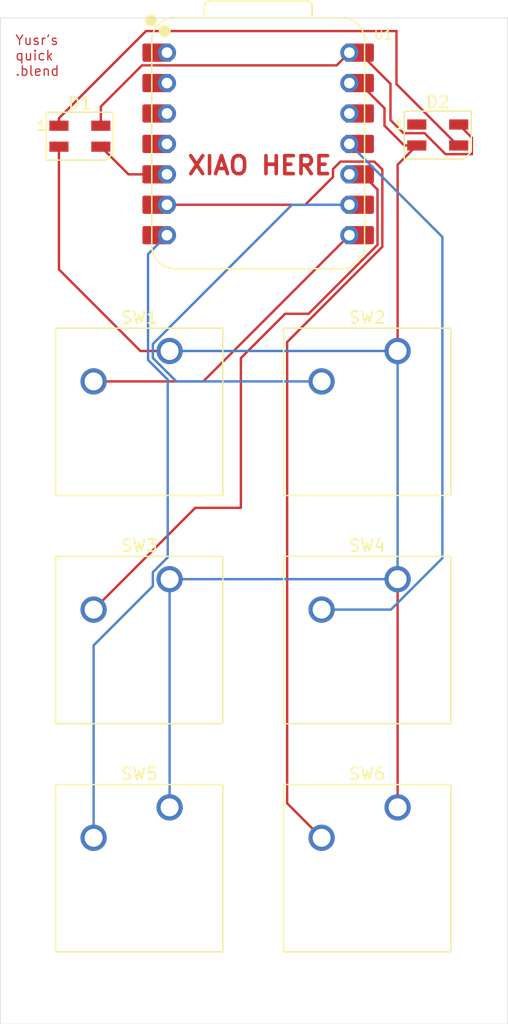
<source format=kicad_pcb>
(kicad_pcb (version 20241229) (generator "pcbnew") (generator_version "9.0")
  (layers (0 "F.Cu" signal) (2 "B.Cu" signal) (13 "F.Paste" user) (15 "B.Paste" user) (5 "F.SilkS" user "F.Silkscreen") (7 "B.SilkS" user "B.Silkscreen") (1 "F.Mask" user) (3 "B.Mask" user) (25 "Edge.Cuts" user))
  (net 0 "")
  (net 1 "Net-(D1-DIN)")
  (net 2 "+5V")
  (net 3 "Net-(D1-DOUT)")
  (net 4 "GND")
  (net 6 "Net-(U1-GPIO1{slash}RX)")
  (net 7 "Net-(U1-GPIO2{slash}SCK)")
  (net 8 "Net-(U1-GPIO4{slash}MISO)")
  (net 9 "Net-(U1-GPIO3{slash}MOSI)")
  (net 11 "Net-(U1-GPIO0{slash}TX)")
  (net 14 "Net-(U1-GPIO7{slash}SCL)")
  (footprint "opl:XIAO-RP2040-DIP" (layer "F.Cu") (at 59.945 30.02)
    (property "Reference" "U1" (at 10.455 -9.12 0) (layer "F.SilkS") (effects (font (size 0.8 0.8) (thickness 0.1016))))
    (property "Value" "XIAO-RP2040-DIP")
    (fp_line (start -8.89 8.509) (end -8.89 -8.636) (stroke (width 0.127)) (layer "F.SilkS"))
    (fp_line (start -6.985 10.414) (end 6.985 10.414) (stroke (width 0.127)) (layer "F.SilkS"))
    (fp_line (start -4.495 -10.541) (end -4.491272 -11.451272) (stroke (width 0.127)) (layer "F.SilkS"))
    (fp_line (start -3.991272 -11.951) (end 4.004 -11.951) (stroke (width 0.127)) (layer "F.SilkS"))
    (fp_line (start 4.504 -11.451) (end 4.504 -10.541) (stroke (width 0.127)) (layer "F.SilkS"))
    (fp_line (start 6.985 -10.541) (end -6.985 -10.541) (stroke (width 0.1)) (layer "F.SilkS"))
    (fp_line (start 6.985 -10.541) (end -6.985 -10.541) (stroke (width 0.127)) (layer "F.SilkS"))
    (fp_line (start 8.89 8.509) (end 8.89 -8.636) (stroke (width 0.127)) (layer "F.SilkS"))
    (fp_arc (start -8.89 -8.636) (mid -8.332038 -9.983038) (end -6.985 -10.541) (stroke (width 0.127)) (layer "F.SilkS"))
    (fp_arc (start -6.985 10.414) (mid -8.332038 9.856038) (end -8.89 8.509) (stroke (width 0.127)) (layer "F.SilkS"))
    (fp_arc (start -4.491272 -11.451272) (mid -4.344728 -11.80464) (end -3.991272 -11.951) (stroke (width 0.127)) (layer "F.SilkS"))
    (fp_arc (start 4.004 -11.951) (mid 4.357553 -11.804553) (end 4.504 -11.451) (stroke (width 0.127)) (layer "F.SilkS"))
    (fp_arc (start 6.985 -10.541) (mid 8.332038 -9.983038) (end 8.89 -8.636) (stroke (width 0.127)) (layer "F.SilkS"))
    (fp_arc (start 8.89 8.509) (mid 8.332038 9.856038) (end 6.985 10.414) (stroke (width 0.127)) (layer "F.SilkS"))
    (fp_circle (center -8.95 -10.3) (end -8.95 -10.554) (stroke (width 0.5)) (fill yes) (layer "F.SilkS"))
    (fp_circle (center -7.807 -9.42) (end -7.807 -9.674) (stroke (width 0.5)) (fill yes) (layer "F.SilkS"))
    (pad "1" smd roundrect (at -8.455 -7.62 180) (size 2.432 1.524) (layers "F.Cu" "F.Mask") (roundrect_rratio 0.1))
    (pad "1" thru_hole circle (at -7.62 -7.62 180) (size 1.524 1.524) (drill 0.889) (layers "*.Cu" "*.Mask"))
    (pad "2" smd roundrect (at -8.455 -5.08 180) (size 2.432 1.524) (layers "F.Cu" "F.Mask") (roundrect_rratio 0.1))
    (pad "2" thru_hole circle (at -7.62 -5.08 180) (size 1.524 1.524) (drill 0.889) (layers "*.Cu" "*.Mask"))
    (pad "3" smd roundrect (at -8.455 -2.54 180) (size 2.432 1.524) (layers "F.Cu" "F.Mask") (roundrect_rratio 0.1))
    (pad "3" thru_hole circle (at -7.62 -2.54 180) (size 1.524 1.524) (drill 0.889) (layers "*.Cu" "*.Mask"))
    (pad "4" smd roundrect (at -8.455 0 180) (size 2.432 1.524) (layers "F.Cu" "F.Mask") (roundrect_rratio 0.1))
    (pad "4" thru_hole circle (at -7.62 0 180) (size 1.524 1.524) (drill 0.889) (layers "*.Cu" "*.Mask"))
    (pad "5" smd roundrect (at -8.455 2.54 180) (size 2.432 1.524) (layers "F.Cu" "F.Mask") (roundrect_rratio 0.1) (net 1 "Net-(D1-DIN)"))
    (pad "5" thru_hole circle (at -7.62 2.54 180) (size 1.524 1.524) (drill 0.889) (layers "*.Cu" "*.Mask") (net 1 "Net-(D1-DIN)"))
    (pad "6" smd roundrect (at -8.455 5.08 180) (size 2.432 1.524) (layers "F.Cu" "F.Mask") (roundrect_rratio 0.1) (net 14 "Net-(U1-GPIO7{slash}SCL)"))
    (pad "6" thru_hole circle (at -7.62 5.08 180) (size 1.524 1.524) (drill 0.889) (layers "*.Cu" "*.Mask") (net 14 "Net-(U1-GPIO7{slash}SCL)"))
    (pad "7" smd roundrect (at -8.455 7.62 180) (size 2.432 1.524) (layers "F.Cu" "F.Mask") (roundrect_rratio 0.1) (net 11 "Net-(U1-GPIO0{slash}TX)"))
    (pad "7" thru_hole circle (at -7.62 7.62 180) (size 1.524 1.524) (drill 0.889) (layers "*.Cu" "*.Mask") (net 11 "Net-(U1-GPIO0{slash}TX)"))
    (pad "8" thru_hole circle (at 7.62 7.62) (size 1.524 1.524) (drill 0.889) (layers "*.Cu" "*.Mask") (net 6 "Net-(U1-GPIO1{slash}RX)"))
    (pad "8" smd roundrect (at 8.455 7.62) (size 2.432 1.524) (layers "F.Cu" "F.Mask") (roundrect_rratio 0.1) (net 6 "Net-(U1-GPIO1{slash}RX)"))
    (pad "9" thru_hole circle (at 7.62 5.08) (size 1.524 1.524) (drill 0.889) (layers "*.Cu" "*.Mask") (net 7 "Net-(U1-GPIO2{slash}SCK)"))
    (pad "9" smd roundrect (at 8.455 5.08) (size 2.432 1.524) (layers "F.Cu" "F.Mask") (roundrect_rratio 0.1) (net 7 "Net-(U1-GPIO2{slash}SCK)"))
    (pad "10" thru_hole circle (at 7.62 2.54) (size 1.524 1.524) (drill 0.889) (layers "*.Cu" "*.Mask") (net 8 "Net-(U1-GPIO4{slash}MISO)"))
    (pad "10" smd roundrect (at 8.455 2.54) (size 2.432 1.524) (layers "F.Cu" "F.Mask") (roundrect_rratio 0.1) (net 8 "Net-(U1-GPIO4{slash}MISO)"))
    (pad "11" thru_hole circle (at 7.62 0) (size 1.524 1.524) (drill 0.889) (layers "*.Cu" "*.Mask") (net 9 "Net-(U1-GPIO3{slash}MOSI)"))
    (pad "11" smd roundrect (at 8.455 0) (size 2.432 1.524) (layers "F.Cu" "F.Mask") (roundrect_rratio 0.1) (net 9 "Net-(U1-GPIO3{slash}MOSI)"))
    (pad "12" thru_hole circle (at 7.62 -2.54) (size 1.524 1.524) (drill 0.889) (layers "*.Cu" "*.Mask"))
    (pad "12" smd roundrect (at 8.455 -2.54) (size 2.432 1.524) (layers "F.Cu" "F.Mask") (roundrect_rratio 0.1))
    (pad "13" thru_hole circle (at 7.62 -5.08) (size 1.524 1.524) (drill 0.889) (layers "*.Cu" "*.Mask") (net 4 "GND"))
    (pad "13" smd roundrect (at 8.455 -5.08) (size 2.432 1.524) (layers "F.Cu" "F.Mask") (roundrect_rratio 0.1) (net 4 "GND"))
    (pad "14" thru_hole circle (at 7.62 -7.62) (size 1.524 1.524) (drill 0.889) (layers "*.Cu" "*.Mask") (net 2 "+5V"))
    (pad "14" smd roundrect (at 8.455 -7.62) (size 2.432 1.524) (layers "F.Cu" "F.Mask") (roundrect_rratio 0.1) (net 2 "+5V"))
  )
  (footprint "Button_Switch_Keyboard:SW_Cherry_MX_1.00u_PCB" (layer "F.Cu") (at 52.54625 66.3575)
    (property "Reference" "SW3" (at -2.54 -2.794 0) (layer "F.SilkS"))
    (property "Value" "SW_Push")
    (fp_line (start -9.525 -1.905) (end 4.445 -1.905) (stroke (width 0.12)) (layer "F.SilkS"))
    (fp_line (start -9.525 12.065) (end -9.525 -1.905) (stroke (width 0.12)) (layer "F.SilkS"))
    (fp_line (start 4.445 -1.905) (end 4.445 12.065) (stroke (width 0.12)) (layer "F.SilkS"))
    (fp_line (start 4.445 12.065) (end -9.525 12.065) (stroke (width 0.12)) (layer "F.SilkS"))
    (pad "" np_thru_hole circle (at -7.62 5.08) (size 1.7 1.7) (drill 1.7) (layers "*.Cu" "*.Mask"))
    (pad "" np_thru_hole circle (at -2.54 5.08) (size 4 4) (drill 4) (layers "*.Cu" "*.Mask"))
    (pad "" np_thru_hole circle (at 2.54 5.08) (size 1.7 1.7) (drill 1.7) (layers "*.Cu" "*.Mask"))
    (pad "1" thru_hole circle (at 0 0) (size 2.2 2.2) (drill 1.5) (layers "*.Cu" "*.Mask") (net 4 "GND"))
    (pad "2" thru_hole circle (at -6.35 2.54) (size 2.2 2.2) (drill 1.5) (layers "*.Cu" "*.Mask") (net 8 "Net-(U1-GPIO4{slash}MISO)"))
  )
  (footprint "Button_Switch_Keyboard:SW_Cherry_MX_1.00u_PCB" (layer "F.Cu") (at 71.59625 47.3075)
    (property "Reference" "SW2" (at -2.54 -2.794 0) (layer "F.SilkS"))
    (property "Value" "SW_Push")
    (fp_line (start -9.525 -1.905) (end 4.445 -1.905) (stroke (width 0.12)) (layer "F.SilkS"))
    (fp_line (start -9.525 12.065) (end -9.525 -1.905) (stroke (width 0.12)) (layer "F.SilkS"))
    (fp_line (start 4.445 -1.905) (end 4.445 12.065) (stroke (width 0.12)) (layer "F.SilkS"))
    (fp_line (start 4.445 12.065) (end -9.525 12.065) (stroke (width 0.12)) (layer "F.SilkS"))
    (pad "" np_thru_hole circle (at -7.62 5.08) (size 1.7 1.7) (drill 1.7) (layers "*.Cu" "*.Mask"))
    (pad "" np_thru_hole circle (at -2.54 5.08) (size 4 4) (drill 4) (layers "*.Cu" "*.Mask"))
    (pad "" np_thru_hole circle (at 2.54 5.08) (size 1.7 1.7) (drill 1.7) (layers "*.Cu" "*.Mask"))
    (pad "1" thru_hole circle (at 0 0) (size 2.2 2.2) (drill 1.5) (layers "*.Cu" "*.Mask") (net 4 "GND"))
    (pad "2" thru_hole circle (at -6.35 2.54) (size 2.2 2.2) (drill 1.5) (layers "*.Cu" "*.Mask") (net 7 "Net-(U1-GPIO2{slash}SCK)"))
  )
  (footprint "Button_Switch_Keyboard:SW_Cherry_MX_1.00u_PCB" (layer "F.Cu") (at 52.54625 85.4075)
    (property "Reference" "SW5" (at -2.54 -2.794 0) (layer "F.SilkS"))
    (property "Value" "SW_Push")
    (fp_line (start -9.525 -1.905) (end 4.445 -1.905) (stroke (width 0.12)) (layer "F.SilkS"))
    (fp_line (start -9.525 12.065) (end -9.525 -1.905) (stroke (width 0.12)) (layer "F.SilkS"))
    (fp_line (start 4.445 -1.905) (end 4.445 12.065) (stroke (width 0.12)) (layer "F.SilkS"))
    (fp_line (start 4.445 12.065) (end -9.525 12.065) (stroke (width 0.12)) (layer "F.SilkS"))
    (pad "" np_thru_hole circle (at -7.62 5.08) (size 1.7 1.7) (drill 1.7) (layers "*.Cu" "*.Mask"))
    (pad "" np_thru_hole circle (at -2.54 5.08) (size 4 4) (drill 4) (layers "*.Cu" "*.Mask"))
    (pad "" np_thru_hole circle (at 2.54 5.08) (size 1.7 1.7) (drill 1.7) (layers "*.Cu" "*.Mask"))
    (pad "1" thru_hole circle (at 0 0) (size 2.2 2.2) (drill 1.5) (layers "*.Cu" "*.Mask") (net 4 "GND"))
    (pad "2" thru_hole circle (at -6.35 2.54) (size 2.2 2.2) (drill 1.5) (layers "*.Cu" "*.Mask") (net 11 "Net-(U1-GPIO0{slash}TX)"))
  )
  (footprint "Button_Switch_Keyboard:SW_Cherry_MX_1.00u_PCB" (layer "F.Cu") (at 71.59625 85.4075)
    (property "Reference" "SW6" (at -2.54 -2.794 0) (layer "F.SilkS"))
    (property "Value" "SW_Push")
    (fp_line (start -9.525 -1.905) (end 4.445 -1.905) (stroke (width 0.12)) (layer "F.SilkS"))
    (fp_line (start -9.525 12.065) (end -9.525 -1.905) (stroke (width 0.12)) (layer "F.SilkS"))
    (fp_line (start 4.445 -1.905) (end 4.445 12.065) (stroke (width 0.12)) (layer "F.SilkS"))
    (fp_line (start 4.445 12.065) (end -9.525 12.065) (stroke (width 0.12)) (layer "F.SilkS"))
    (pad "" np_thru_hole circle (at -7.62 5.08) (size 1.7 1.7) (drill 1.7) (layers "*.Cu" "*.Mask"))
    (pad "" np_thru_hole circle (at -2.54 5.08) (size 4 4) (drill 4) (layers "*.Cu" "*.Mask"))
    (pad "" np_thru_hole circle (at 2.54 5.08) (size 1.7 1.7) (drill 1.7) (layers "*.Cu" "*.Mask"))
    (pad "1" thru_hole circle (at 0 0) (size 2.2 2.2) (drill 1.5) (layers "*.Cu" "*.Mask") (net 4 "GND"))
    (pad "2" thru_hole circle (at -6.35 2.54) (size 2.2 2.2) (drill 1.5) (layers "*.Cu" "*.Mask") (net 14 "Net-(U1-GPIO7{slash}SCL)"))
  )
  (footprint "Button_Switch_Keyboard:SW_Cherry_MX_1.00u_PCB" (layer "F.Cu") (at 52.54625 47.3075)
    (property "Reference" "SW1" (at -2.54 -2.794 0) (layer "F.SilkS"))
    (property "Value" "SW_Push")
    (fp_line (start -9.525 -1.905) (end 4.445 -1.905) (stroke (width 0.12)) (layer "F.SilkS"))
    (fp_line (start -9.525 12.065) (end -9.525 -1.905) (stroke (width 0.12)) (layer "F.SilkS"))
    (fp_line (start 4.445 -1.905) (end 4.445 12.065) (stroke (width 0.12)) (layer "F.SilkS"))
    (fp_line (start 4.445 12.065) (end -9.525 12.065) (stroke (width 0.12)) (layer "F.SilkS"))
    (pad "" np_thru_hole circle (at -7.62 5.08) (size 1.7 1.7) (drill 1.7) (layers "*.Cu" "*.Mask"))
    (pad "" np_thru_hole circle (at -2.54 5.08) (size 4 4) (drill 4) (layers "*.Cu" "*.Mask"))
    (pad "" np_thru_hole circle (at 2.54 5.08) (size 1.7 1.7) (drill 1.7) (layers "*.Cu" "*.Mask"))
    (pad "1" thru_hole circle (at 0 0) (size 2.2 2.2) (drill 1.5) (layers "*.Cu" "*.Mask") (net 4 "GND"))
    (pad "2" thru_hole circle (at -6.35 2.54) (size 2.2 2.2) (drill 1.5) (layers "*.Cu" "*.Mask") (net 6 "Net-(U1-GPIO1{slash}RX)"))
  )
  (footprint "LED_SMD:LED_SK6812MINI_PLCC4_3.5x3.5mm_P1.75mm" (layer "F.Cu") (at 45.05 29.375)
    (property "Reference" "D1" (at 0 -2.75 0) (layer "F.SilkS"))
    (property "Value" "SK6812MINI")
    (fp_line (start -2.8 -2) (end -2.8 2) (stroke (width 0.12)) (layer "F.SilkS"))
    (fp_line (start -2.8 -2) (end 2.8 -2) (stroke (width 0.12)) (layer "F.SilkS"))
    (fp_line (start -2.8 2) (end 2.2 2) (stroke (width 0.12)) (layer "F.SilkS"))
    (fp_line (start 2.8 1.4) (end 2.2 2) (stroke (width 0.12)) (layer "F.SilkS"))
    (fp_line (start 2.8 1.4) (end 2.8 -2) (stroke (width 0.12)) (layer "F.SilkS"))
    (fp_text user "1" (at -3.2 -0.875 0) (layer "F.SilkS") (effects (font (size 0.8 0.8))))
    (pad "1" smd rect (at -1.75 -0.875) (size 1.6 0.85) (layers "F.Cu" "F.Mask" "F.Paste") (net 3 "Net-(D1-DOUT)"))
    (pad "2" smd rect (at -1.75 0.875) (size 1.6 0.85) (layers "F.Cu" "F.Mask" "F.Paste") (net 4 "GND"))
    (pad "3" smd rect (at 1.75 0.875) (size 1.6 0.85) (layers "F.Cu" "F.Mask" "F.Paste") (net 1 "Net-(D1-DIN)"))
    (pad "4" smd rect (at 1.75 -0.875) (size 1.6 0.85) (layers "F.Cu" "F.Mask" "F.Paste") (net 2 "+5V"))
  )
  (footprint "Button_Switch_Keyboard:SW_Cherry_MX_1.00u_PCB" (layer "F.Cu") (at 71.59625 66.3575)
    (property "Reference" "SW4" (at -2.54 -2.794 0) (layer "F.SilkS"))
    (property "Value" "SW_Push")
    (fp_line (start -9.525 -1.905) (end 4.445 -1.905) (stroke (width 0.12)) (layer "F.SilkS"))
    (fp_line (start -9.525 12.065) (end -9.525 -1.905) (stroke (width 0.12)) (layer "F.SilkS"))
    (fp_line (start 4.445 -1.905) (end 4.445 12.065) (stroke (width 0.12)) (layer "F.SilkS"))
    (fp_line (start 4.445 12.065) (end -9.525 12.065) (stroke (width 0.12)) (layer "F.SilkS"))
    (pad "" np_thru_hole circle (at -7.62 5.08) (size 1.7 1.7) (drill 1.7) (layers "*.Cu" "*.Mask"))
    (pad "" np_thru_hole circle (at -2.54 5.08) (size 4 4) (drill 4) (layers "*.Cu" "*.Mask"))
    (pad "" np_thru_hole circle (at 2.54 5.08) (size 1.7 1.7) (drill 1.7) (layers "*.Cu" "*.Mask"))
    (pad "1" thru_hole circle (at 0 0) (size 2.2 2.2) (drill 1.5) (layers "*.Cu" "*.Mask") (net 4 "GND"))
    (pad "2" thru_hole circle (at -6.35 2.54) (size 2.2 2.2) (drill 1.5) (layers "*.Cu" "*.Mask") (net 9 "Net-(U1-GPIO3{slash}MOSI)"))
  )
  (footprint "LED_SMD:LED_SK6812MINI_PLCC4_3.5x3.5mm_P1.75mm" (layer "F.Cu") (at 74.95 29.275)
    (property "Reference" "D2" (at 0 -2.75 0) (layer "F.SilkS"))
    (property "Value" "SK6812MINI")
    (fp_line (start -2.8 -2) (end -2.8 2) (stroke (width 0.12)) (layer "F.SilkS"))
    (fp_line (start -2.8 -2) (end 2.8 -2) (stroke (width 0.12)) (layer "F.SilkS"))
    (fp_line (start -2.8 2) (end 2.2 2) (stroke (width 0.12)) (layer "F.SilkS"))
    (fp_line (start 2.8 1.4) (end 2.2 2) (stroke (width 0.12)) (layer "F.SilkS"))
    (fp_line (start 2.8 1.4) (end 2.8 -2) (stroke (width 0.12)) (layer "F.SilkS"))
    (fp_text user "1" (at -3.2 -0.875 0) (layer "F.SilkS") (effects (font (size 0.8 0.8))))
    (pad "1" smd rect (at -1.75 -0.875) (size 1.6 0.85) (layers "F.Cu" "F.Mask" "F.Paste"))
    (pad "2" smd rect (at -1.75 0.875) (size 1.6 0.85) (layers "F.Cu" "F.Mask" "F.Paste") (net 4 "GND"))
    (pad "3" smd rect (at 1.75 0.875) (size 1.6 0.85) (layers "F.Cu" "F.Mask" "F.Paste") (net 3 "Net-(D1-DOUT)"))
    (pad "4" smd rect (at 1.75 -0.875) (size 1.6 0.85) (layers "F.Cu" "F.Mask" "F.Paste") (net 2 "+5V"))
  )
  (gr_rect (start 38.4 19.5) (end 80.8 103.5) (stroke (width 0.05)) (fill no) (layer "Edge.Cuts"))
  (gr_text "Yusr's\nquick\n.blend" (at 39.6 24.4 0) (layer "F.Cu") (effects (font (size 0.8 0.8) (thickness 0.1)) (justify left bottom)))
  (gr_text "XIAO HERE\n" (at 53.9 32.7 -0) (layer "F.Cu") (effects (font (size 1.5 1.5) (thickness 0.3) (bold yes)) (justify left bottom)))
  (segment (start 49.11 32.56) (end 52.325 32.56) (width 0.2) (layer "F.Cu") (net 1))
  (segment (start 46.8 30.25) (end 49.11 32.56) (width 0.2) (layer "F.Cu") (net 1))
  (segment (start 66.502 23.463) (end 67.565 22.4) (width 0.2) (layer "F.Cu") (net 2))
  (segment (start 73.849 29.126) (end 72.099 29.126) (width 0.2) (layer "F.Cu") (net 2))
  (segment (start 77.801 29.501) (end 77.801 30.876) (width 0.2) (layer "F.Cu") (net 2))
  (segment (start 77.801 30.876) (end 75.599 30.876) (width 0.2) (layer "F.Cu") (net 2))
  (segment (start 50.234374 23.463) (end 66.502 23.463) (width 0.2) (layer "F.Cu") (net 2))
  (segment (start 71 28.027) (end 71 25) (width 0.2) (layer "F.Cu") (net 2))
  (segment (start 46.8 28.5) (end 46.8 26.897374) (width 0.2) (layer "F.Cu") (net 2))
  (segment (start 75.599 30.876) (end 73.849 29.126) (width 0.2) (layer "F.Cu") (net 2))
  (segment (start 71 25) (end 68.4 22.4) (width 0.2) (layer "F.Cu") (net 2))
  (segment (start 72.099 29.126) (end 71 28.027) (width 0.2) (layer "F.Cu") (net 2))
  (segment (start 46.8 26.897374) (end 50.234374 23.463) (width 0.2) (layer "F.Cu") (net 2))
  (segment (start 76.7 28.4) (end 77.801 29.501) (width 0.2) (layer "F.Cu") (net 2))
  (segment (start 71.5 20.6) (end 71.5 25.027) (width 0.2) (layer "F.Cu") (net 3))
  (segment (start 76.623 30.15) (end 76.7 30.15) (width 0.2) (layer "F.Cu") (net 3))
  (segment (start 71.5 25.027) (end 76.623 30.15) (width 0.2) (layer "F.Cu") (net 3))
  (segment (start 50.575 20.6) (end 71.5 20.6) (width 0.2) (layer "F.Cu") (net 3))
  (segment (start 43.3 27.875) (end 50.575 20.6) (width 0.2) (layer "F.Cu") (net 3))
  (segment (start 43.3 28.5) (end 43.3 27.875) (width 0.2) (layer "F.Cu") (net 3))
  (segment (start 43.3 40.5) (end 43.3 30.25) (width 0.2) (layer "F.Cu") (net 4))
  (segment (start 72.15 30.15) (end 70.5 28.5) (width 0.2) (layer "F.Cu") (net 4))
  (segment (start 70.5 27.04) (end 68.4 24.94) (width 0.2) (layer "F.Cu") (net 4))
  (segment (start 73.2 30.15) (end 72.15 30.15) (width 0.2) (layer "F.Cu") (net 4))
  (segment (start 71.59625 47.3075) (end 71.59625 31.75375) (width 0.2) (layer "F.Cu") (net 4))
  (segment (start 70.5 28.5) (end 70.5 27.04) (width 0.2) (layer "F.Cu") (net 4))
  (segment (start 50.1075 47.3075) (end 43.3 40.5) (width 0.2) (layer "F.Cu") (net 4))
  (segment (start 71.59625 85.4075) (end 71.59625 66.3575) (width 0.2) (layer "F.Cu") (net 4))
  (segment (start 52.54625 47.3075) (end 50.1075 47.3075) (width 0.2) (layer "F.Cu") (net 4))
  (segment (start 71.59625 31.75375) (end 73.2 30.15) (width 0.2) (layer "F.Cu") (net 4))
  (segment (start 52.54625 66.3575) (end 71.59625 66.3575) (width 0.2) (layer "B.Cu") (net 4))
  (segment (start 52.54625 85.4075) (end 52.54625 66.3575) (width 0.2) (layer "B.Cu") (net 4))
  (segment (start 71.59625 47.3075) (end 52.54625 47.3075) (width 0.2) (layer "B.Cu") (net 4))
  (segment (start 71.59625 66.3575) (end 71.59625 47.3075) (width 0.2) (layer "B.Cu") (net 4))
  (segment (start 55.3575 49.8475) (end 67.565 37.64) (width 0.2) (layer "F.Cu") (net 6))
  (segment (start 46.19625 49.8475) (end 55.3575 49.8475) (width 0.2) (layer "F.Cu") (net 6))
  (segment (start 53.104936 49.8475) (end 51.14525 47.887814) (width 0.2) (layer "B.Cu") (net 7))
  (segment (start 51.14525 46.727186) (end 62.772436 35.1) (width 0.2) (layer "B.Cu") (net 7))
  (segment (start 65.24625 49.8475) (end 53.104936 49.8475) (width 0.2) (layer "B.Cu") (net 7))
  (segment (start 62.772436 35.1) (end 67.565 35.1) (width 0.2) (layer "B.Cu") (net 7))
  (segment (start 51.14525 47.887814) (end 51.14525 46.727186) (width 0.2) (layer "B.Cu") (net 7))
  (segment (start 54.69375 60.4) (end 46.19625 68.8975) (width 0.2) (layer "F.Cu") (net 8))
  (segment (start 69.917 38.441626) (end 64.158626 44.2) (width 0.2) (layer "F.Cu") (net 8))
  (segment (start 64.158626 44.2) (end 62.2 44.2) (width 0.2) (layer "F.Cu") (net 8))
  (segment (start 68.64263 32.56) (end 69.917 33.83437) (width 0.2) (layer "F.Cu") (net 8))
  (segment (start 58.5 47.9) (end 58.5 60.4) (width 0.2) (layer "F.Cu") (net 8))
  (segment (start 69.917 33.83437) (end 69.917 38.441626) (width 0.2) (layer "F.Cu") (net 8))
  (segment (start 58.5 60.4) (end 54.69375 60.4) (width 0.2) (layer "F.Cu") (net 8))
  (segment (start 62.2 44.2) (end 58.5 47.9) (width 0.2) (layer "F.Cu") (net 8))
  (segment (start 67.565 32.56) (end 68.64263 32.56) (width 0.2) (layer "F.Cu") (net 8))
  (segment (start 71.037564 68.8975) (end 75.33725 64.597814) (width 0.2) (layer "B.Cu") (net 9))
  (segment (start 75.33725 37.79225) (end 67.565 30.02) (width 0.2) (layer "B.Cu") (net 9))
  (segment (start 75.33725 64.597814) (end 75.33725 37.79225) (width 0.2) (layer "B.Cu") (net 9))
  (segment (start 65.24625 68.8975) (end 71.037564 68.8975) (width 0.2) (layer "B.Cu") (net 9))
  (segment (start 50.74425 48.053914) (end 50.74425 39.22075) (width 0.2) (layer "B.Cu") (net 11))
  (segment (start 52.3875 64.534936) (end 52.3875 49.697164) (width 0.2) (layer "B.Cu") (net 11))
  (segment (start 50.74425 39.22075) (end 52.325 37.64) (width 0.2) (layer "B.Cu") (net 11))
  (segment (start 52.3875 49.697164) (end 50.74425 48.053914) (width 0.2) (layer "B.Cu") (net 11))
  (segment (start 51.14525 66.937814) (end 51.14525 65.777186) (width 0.2) (layer "B.Cu") (net 11))
  (segment (start 46.19625 71.886814) (end 51.14525 66.937814) (width 0.2) (layer "B.Cu") (net 11))
  (segment (start 51.14525 65.777186) (end 52.3875 64.534936) (width 0.2) (layer "B.Cu") (net 11))
  (segment (start 46.19625 87.9475) (end 46.19625 71.886814) (width 0.2) (layer "B.Cu") (net 11))
  (segment (start 69.655626 31.497) (end 66.818915 31.497) (width 0.2) (layer "F.Cu") (net 14))
  (segment (start 70.318 38.607726) (end 70.318 32.159374) (width 0.2) (layer "F.Cu") (net 14))
  (segment (start 63.879575 35.1) (end 52.325 35.1) (width 0.2) (layer "F.Cu") (net 14))
  (segment (start 65.24625 87.9475) (end 62.3661 85.06735) (width 0.2) (layer "F.Cu") (net 14))
  (segment (start 62.3661 85.06735) (end 62.3661 46.559626) (width 0.2) (layer "F.Cu") (net 14))
  (segment (start 62.3661 46.559626) (end 70.318 38.607726) (width 0.2) (layer "F.Cu") (net 14))
  (segment (start 66.196225 32.11969) (end 66.196225 32.78335) (width 0.2) (layer "F.Cu") (net 14))
  (segment (start 66.196225 32.78335) (end 63.879575 35.1) (width 0.2) (layer "F.Cu") (net 14))
  (segment (start 70.318 32.159374) (end 69.655626 31.497) (width 0.2) (layer "F.Cu") (net 14))
  (segment (start 66.818915 31.497) (end 66.196225 32.11969) (width 0.2) (layer "F.Cu") (net 14))
)
</source>
